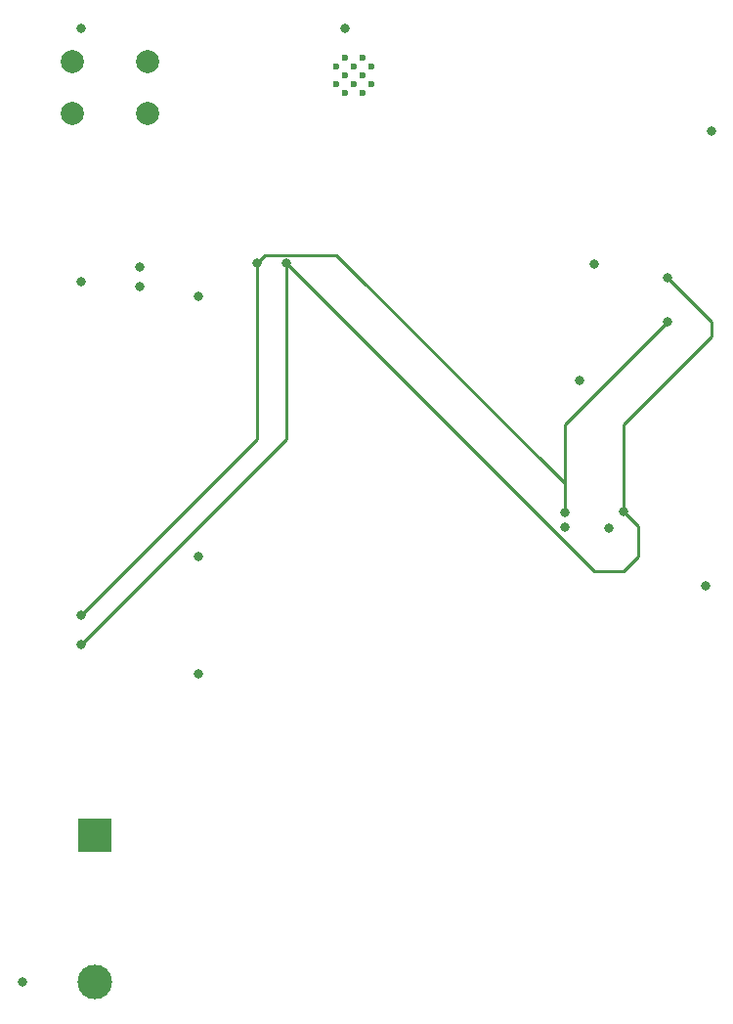
<source format=gbr>
%TF.GenerationSoftware,KiCad,Pcbnew,7.0.9*%
%TF.CreationDate,2023-12-04T17:32:10-03:00*%
%TF.ProjectId,aussistente,61757373-6973-4746-956e-74652e6b6963,rev?*%
%TF.SameCoordinates,Original*%
%TF.FileFunction,Copper,L2,Inr*%
%TF.FilePolarity,Positive*%
%FSLAX46Y46*%
G04 Gerber Fmt 4.6, Leading zero omitted, Abs format (unit mm)*
G04 Created by KiCad (PCBNEW 7.0.9) date 2023-12-04 17:32:10*
%MOMM*%
%LPD*%
G01*
G04 APERTURE LIST*
%TA.AperFunction,ComponentPad*%
%ADD10C,2.000000*%
%TD*%
%TA.AperFunction,ComponentPad*%
%ADD11R,3.000000X3.000000*%
%TD*%
%TA.AperFunction,ComponentPad*%
%ADD12C,3.000000*%
%TD*%
%TA.AperFunction,HeatsinkPad*%
%ADD13C,0.600000*%
%TD*%
%TA.AperFunction,ViaPad*%
%ADD14C,0.800000*%
%TD*%
%TA.AperFunction,Conductor*%
%ADD15C,0.250000*%
%TD*%
G04 APERTURE END LIST*
D10*
%TO.N,GND*%
%TO.C,SW1*%
X88190000Y-72680000D03*
X94690000Y-72680000D03*
%TO.N,/RESET*%
X88190000Y-77180000D03*
X94690000Y-77180000D03*
%TD*%
D11*
%TO.N,VDDIO*%
%TO.C,BT1*%
X90150000Y-139700000D03*
D12*
%TO.N,GND*%
X90150000Y-152400000D03*
%TD*%
D13*
%TO.N,GND*%
%TO.C,U1*%
X110997500Y-73132500D03*
X110997500Y-74657500D03*
X111760000Y-72370000D03*
X111760000Y-73895000D03*
X111760000Y-75420000D03*
X112522500Y-73132500D03*
X112522500Y-74657500D03*
X113285000Y-72370000D03*
X113285000Y-73895000D03*
X113285000Y-75420000D03*
X114047500Y-73132500D03*
X114047500Y-74657500D03*
%TD*%
D14*
%TO.N,GND*%
X111760000Y-69850000D03*
X133419880Y-90252536D03*
%TO.N,SCL*%
X139700000Y-95250000D03*
%TO.N,SDA*%
X139700000Y-91440000D03*
%TO.N,GND*%
X132080000Y-100330000D03*
%TO.N,SDA*%
X135890000Y-111655500D03*
%TO.N,SCL*%
X130810000Y-111760000D03*
%TO.N,GND*%
X130810000Y-113030000D03*
X134620000Y-113104500D03*
X143030000Y-118110000D03*
X99060000Y-125730000D03*
X99060000Y-115570000D03*
%TO.N,SDA*%
X106680000Y-90170000D03*
%TO.N,SCL*%
X104140000Y-90170000D03*
X88900000Y-120650000D03*
%TO.N,SDA*%
X88900000Y-123190000D03*
%TO.N,GND*%
X88900000Y-69850000D03*
X99060000Y-93060000D03*
X93980000Y-90520000D03*
X143510000Y-78740000D03*
X88900000Y-91790000D03*
X93980000Y-92164500D03*
X83820000Y-152400000D03*
%TD*%
D15*
%TO.N,SCL*%
X130810000Y-111760000D02*
X130810000Y-104140000D01*
X130810000Y-104140000D02*
X139700000Y-95250000D01*
%TO.N,SDA*%
X135890000Y-104140000D02*
X143510000Y-96520000D01*
X143510000Y-96520000D02*
X143510000Y-95250000D01*
X135890000Y-111655500D02*
X135890000Y-104140000D01*
X143510000Y-95250000D02*
X139700000Y-91440000D01*
%TO.N,SCL*%
X104140000Y-90170000D02*
X104865000Y-89445000D01*
X104865000Y-89445000D02*
X111035000Y-89445000D01*
X111035000Y-89445000D02*
X130810000Y-109220000D01*
X130810000Y-109220000D02*
X130810000Y-111760000D01*
%TO.N,SDA*%
X135890000Y-116840000D02*
X137160000Y-115570000D01*
X106680000Y-90170000D02*
X133350000Y-116840000D01*
X133350000Y-116840000D02*
X135890000Y-116840000D01*
X137160000Y-115570000D02*
X137160000Y-112925500D01*
X137160000Y-112925500D02*
X135890000Y-111655500D01*
X106680000Y-90170000D02*
X106680000Y-105410000D01*
X106680000Y-105410000D02*
X88900000Y-123190000D01*
%TO.N,SCL*%
X104140000Y-90170000D02*
X104140000Y-105410000D01*
X104140000Y-105410000D02*
X88900000Y-120650000D01*
%TD*%
M02*

</source>
